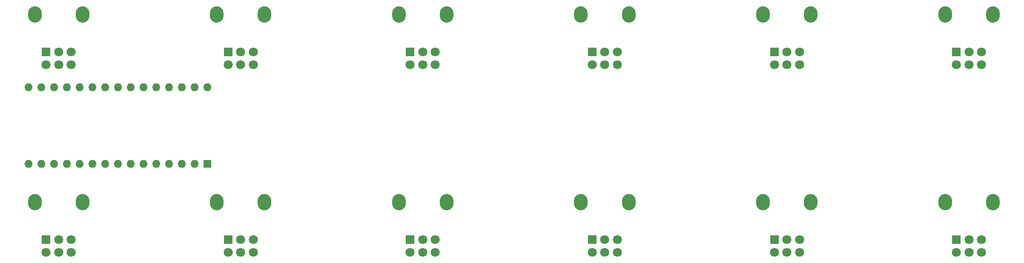
<source format=gbr>
%TF.GenerationSoftware,KiCad,Pcbnew,8.0.1*%
%TF.CreationDate,2024-06-25T20:54:33-05:00*%
%TF.ProjectId,nobs,6e6f6273-2e6b-4696-9361-645f70636258,rev?*%
%TF.SameCoordinates,Original*%
%TF.FileFunction,Soldermask,Bot*%
%TF.FilePolarity,Negative*%
%FSLAX46Y46*%
G04 Gerber Fmt 4.6, Leading zero omitted, Abs format (unit mm)*
G04 Created by KiCad (PCBNEW 8.0.1) date 2024-06-25 20:54:33*
%MOMM*%
%LPD*%
G01*
G04 APERTURE LIST*
%ADD10R,1.600000X1.600000*%
%ADD11O,1.600000X1.600000*%
%ADD12O,2.720000X3.240000*%
%ADD13R,1.800000X1.800000*%
%ADD14C,1.800000*%
G04 APERTURE END LIST*
D10*
%TO.C,A1*%
X91440000Y-66040000D03*
D11*
X88900000Y-66040000D03*
X86360000Y-66040000D03*
X83820000Y-66040000D03*
X81280000Y-66040000D03*
X78740000Y-66040000D03*
X76200000Y-66040000D03*
X73660000Y-66040000D03*
X71120000Y-66040000D03*
X68580000Y-66040000D03*
X66040000Y-66040000D03*
X63500000Y-66040000D03*
X60960000Y-66040000D03*
X58420000Y-66040000D03*
X55880000Y-66040000D03*
X55880000Y-50800000D03*
X58420000Y-50800000D03*
X60960000Y-50800000D03*
X63500000Y-50800000D03*
X66040000Y-50800000D03*
X68580000Y-50800000D03*
X71120000Y-50800000D03*
X73660000Y-50800000D03*
X76200000Y-50800000D03*
X78740000Y-50800000D03*
X81280000Y-50800000D03*
X83820000Y-50800000D03*
X86360000Y-50800000D03*
X88900000Y-50800000D03*
X91440000Y-50800000D03*
%TD*%
D12*
%TO.C,RV12*%
X238150000Y-73660000D03*
X247650000Y-73660000D03*
D13*
X240400000Y-81160000D03*
D14*
X242900000Y-81160000D03*
X245400000Y-81160000D03*
X240400000Y-83660000D03*
X242900000Y-83660000D03*
X245400000Y-83660000D03*
%TD*%
%TO.C,RV11*%
X209200000Y-83660000D03*
X206700000Y-83660000D03*
X204200000Y-83660000D03*
X209200000Y-81160000D03*
X206700000Y-81160000D03*
D13*
X204200000Y-81160000D03*
D12*
X211450000Y-73660000D03*
X201950000Y-73660000D03*
%TD*%
%TO.C,RV10*%
X165750000Y-73660000D03*
X175250000Y-73660000D03*
D13*
X168000000Y-81160000D03*
D14*
X170500000Y-81160000D03*
X173000000Y-81160000D03*
X168000000Y-83660000D03*
X170500000Y-83660000D03*
X173000000Y-83660000D03*
%TD*%
D12*
%TO.C,RV9*%
X129550000Y-73660000D03*
X139050000Y-73660000D03*
D13*
X131800000Y-81160000D03*
D14*
X134300000Y-81160000D03*
X136800000Y-81160000D03*
X131800000Y-83660000D03*
X134300000Y-83660000D03*
X136800000Y-83660000D03*
%TD*%
D12*
%TO.C,RV8*%
X93350000Y-73660000D03*
X102850000Y-73660000D03*
D13*
X95600000Y-81160000D03*
D14*
X98100000Y-81160000D03*
X100600000Y-81160000D03*
X95600000Y-83660000D03*
X98100000Y-83660000D03*
X100600000Y-83660000D03*
%TD*%
%TO.C,RV7*%
X64400000Y-83660000D03*
X61900000Y-83660000D03*
X59400000Y-83660000D03*
X64400000Y-81160000D03*
X61900000Y-81160000D03*
D13*
X59400000Y-81160000D03*
D12*
X66650000Y-73660000D03*
X57150000Y-73660000D03*
%TD*%
%TO.C,RV6*%
X238150000Y-36345000D03*
X247650000Y-36345000D03*
D13*
X240400000Y-43845000D03*
D14*
X242900000Y-43845000D03*
X245400000Y-43845000D03*
X240400000Y-46345000D03*
X242900000Y-46345000D03*
X245400000Y-46345000D03*
%TD*%
D12*
%TO.C,RV5*%
X201950000Y-36345000D03*
X211450000Y-36345000D03*
D13*
X204200000Y-43845000D03*
D14*
X206700000Y-43845000D03*
X209200000Y-43845000D03*
X204200000Y-46345000D03*
X206700000Y-46345000D03*
X209200000Y-46345000D03*
%TD*%
D12*
%TO.C,RV4*%
X165750000Y-36345000D03*
X175250000Y-36345000D03*
D13*
X168000000Y-43845000D03*
D14*
X170500000Y-43845000D03*
X173000000Y-43845000D03*
X168000000Y-46345000D03*
X170500000Y-46345000D03*
X173000000Y-46345000D03*
%TD*%
D12*
%TO.C,RV3*%
X129550000Y-36345000D03*
X139050000Y-36345000D03*
D13*
X131800000Y-43845000D03*
D14*
X134300000Y-43845000D03*
X136800000Y-43845000D03*
X131800000Y-46345000D03*
X134300000Y-46345000D03*
X136800000Y-46345000D03*
%TD*%
%TO.C,RV2*%
X100600000Y-46345000D03*
X98100000Y-46345000D03*
X95600000Y-46345000D03*
X100600000Y-43845000D03*
X98100000Y-43845000D03*
D13*
X95600000Y-43845000D03*
D12*
X102850000Y-36345000D03*
X93350000Y-36345000D03*
%TD*%
D14*
%TO.C,RV1*%
X64400000Y-46345000D03*
X61900000Y-46345000D03*
X59400000Y-46345000D03*
X64400000Y-43845000D03*
X61900000Y-43845000D03*
D13*
X59400000Y-43845000D03*
D12*
X66650000Y-36345000D03*
X57150000Y-36345000D03*
%TD*%
M02*

</source>
